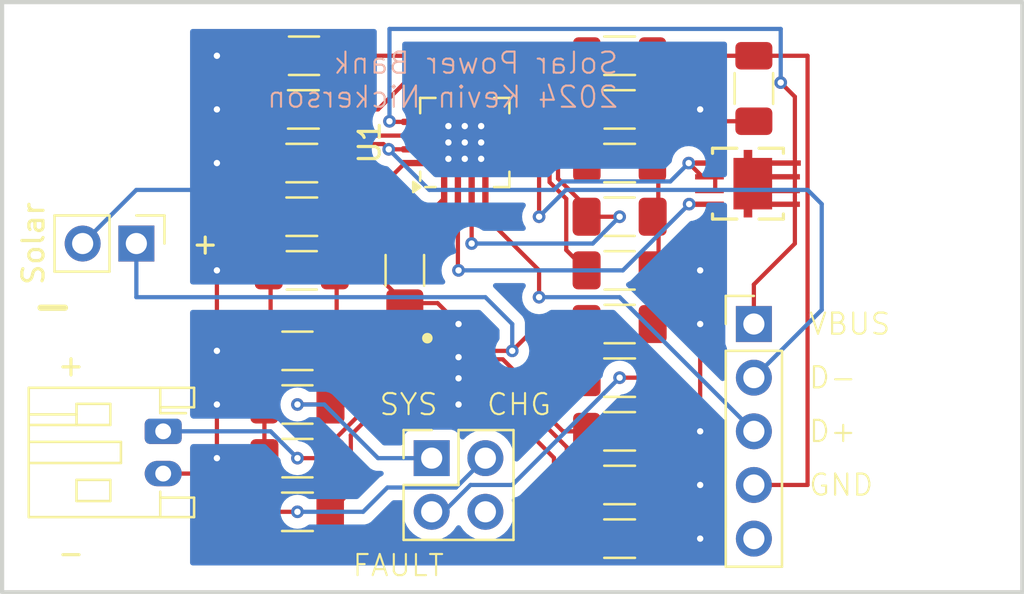
<source format=kicad_pcb>
(kicad_pcb (version 20241229) (generator "pcbnew") (generator_version "9.0")
  (title_block (title "Solar Charger") (company "Erotographs"))
  (layers (0 "F.Cu" signal) (2 "B.Cu" signal) (13 "F.Paste" user) (15 "B.Paste" user) (5 "F.SilkS" user "F.Silkscreen") (7 "B.SilkS" user "B.Silkscreen") (1 "F.Mask" user) (3 "B.Mask" user) (25 "Edge.Cuts" user))
  (net 0 "")
  (net 1 "GND")
  (net 2 "+5VA")
  (net 3 "/VDD")
  (net 4 "/IFB")
  (net 5 "GND1")
  (net 6 "/VBUS")
  (net 7 "/FB")
  (net 8 "/GATE")
  (net 9 "/DP")
  (net 10 "/DM")
  (net 11 "/SYS")
  (net 12 "+BATT")
  (net 13 "/FAULT")
  (net 14 "/CHG")
  (net 15 "Net-(U1-CSP)")
  (net 16 "Net-(U1-CC1)")
  (net 19 "Net-(U1-PSET)")
  (net 20 "Net-(U2-STAT2)")
  (net 21 "Net-(U1-SDA)")
  (net 22 "Net-(U2-STAT1)")
  (net 23 "Net-(U2-ISET)")
  (net 24 "Net-(U2-ILM{slash}VSET)")
  (net 25 "Net-(U2-TS{slash}MR)")
  (footprint "MountingHole:MountingHole_3.5mm" (layer "F.Cu") (at 170.18 99.06)
    (property "Reference" "H3" (hide yes))
    (property "Value" "MountingHole" (hide yes))
    (pad "" np_thru_hole circle (at 0 0) (size 3.5 3.5) (drill 3.5) (layers "*.Cu" "*.Mask"))
  )
  (footprint "Resistor_SMD:R_1206_3216Metric_Pad1.30x1.75mm_HandSolder" (layer "F.Cu") (at 141.175 86.36 180)
    (property "Reference" "R3" (hide yes))
    (property "Value" "1k" (hide yes))
    (fp_line (start -0.727064 0.91) (end 0.727064 0.91) (stroke (width 0.12)) (layer "F.SilkS"))
    (fp_line (start -0.727064 -0.91) (end 0.727064 -0.91) (stroke (width 0.12)) (layer "F.SilkS"))
    (pad "1" smd roundrect (at -1.55 0 180) (size 1.3 1.75) (layers "F.Cu" "F.Mask" "F.Paste") (roundrect_rratio 0.192308) (net 7 "/FB"))
    (pad "2" smd roundrect (at 1.55 0 180) (size 1.3 1.75) (layers "F.Cu" "F.Mask" "F.Paste") (roundrect_rratio 0.192308) (net 11 "/SYS"))
  )
  (footprint "Connector_PinHeader_2.54mm:PinHeader_2x02_P2.54mm_Vertical" (layer "F.Cu") (at 147.32 97.79)
    (property "Reference" "J3" (hide yes))
    (property "Value" "Conn_01x04" (hide yes))
    (fp_line (start -1.33 -1.33) (end 0 -1.33) (stroke (width 0.12)) (layer "F.SilkS"))
    (fp_line (start -1.33 0) (end -1.33 -1.33) (stroke (width 0.12)) (layer "F.SilkS"))
    (fp_line (start -1.33 1.27) (end -1.33 3.87) (stroke (width 0.12)) (layer "F.SilkS"))
    (fp_line (start -1.33 1.27) (end 1.27 1.27) (stroke (width 0.12)) (layer "F.SilkS"))
    (fp_line (start -1.33 3.87) (end 3.87 3.87) (stroke (width 0.12)) (layer "F.SilkS"))
    (fp_line (start 1.27 -1.33) (end 3.87 -1.33) (stroke (width 0.12)) (layer "F.SilkS"))
    (fp_line (start 1.27 1.27) (end 1.27 -1.33) (stroke (width 0.12)) (layer "F.SilkS"))
    (fp_line (start 3.87 -1.33) (end 3.87 3.87) (stroke (width 0.12)) (layer "F.SilkS"))
    (pad "1" thru_hole rect (at 0 0) (size 1.7 1.7) (drill 1) (layers "*.Cu" "*.Mask") (net 11 "/SYS"))
    (pad "2" thru_hole oval (at 2.54 0) (size 1.7 1.7) (drill 1) (layers "*.Cu" "*.Mask") (net 14 "/CHG"))
    (pad "3" thru_hole oval (at 0 2.54) (size 1.7 1.7) (drill 1) (layers "*.Cu" "*.Mask") (net 13 "/FAULT"))
    (pad "4" thru_hole oval (at 2.54 2.54) (size 1.7 1.7) (drill 1) (layers "*.Cu" "*.Mask"))
  )
  (footprint "Capacitor_SMD:C_1206_3216Metric_Pad1.33x1.80mm_HandSolder" (layer "F.Cu") (at 140.97 95.25 180)
    (property "Reference" "C4" (hide yes))
    (property "Value" "22uF" (hide yes))
    (fp_line (start -0.711252 0.91) (end 0.711252 0.91) (stroke (width 0.12)) (layer "F.SilkS"))
    (fp_line (start -0.711252 -0.91) (end 0.711252 -0.91) (stroke (width 0.12)) (layer "F.SilkS"))
    (pad "1" smd roundrect (at -1.5625 0 180) (size 1.325 1.8) (layers "F.Cu" "F.Mask" "F.Paste") (roundrect_rratio 0.188679) (net 11 "/SYS"))
    (pad "2" smd roundrect (at 1.5625 0 180) (size 1.325 1.8) (layers "F.Cu" "F.Mask" "F.Paste") (roundrect_rratio 0.188679) (net 1 "GND"))
  )
  (footprint "Resistor_SMD:R_1206_3216Metric_Pad1.30x1.75mm_HandSolder" (layer "F.Cu") (at 156.21 78.74)
    (property "Reference" "R6" (hide yes))
    (property "Value" "510R" (hide yes))
    (fp_line (start -0.727064 -0.91) (end 0.727064 -0.91) (stroke (width 0.12)) (layer "F.SilkS"))
    (fp_line (start -0.727064 0.91) (end 0.727064 0.91) (stroke (width 0.12)) (layer "F.SilkS"))
    (pad "1" smd roundrect (at -1.55 0) (size 1.3 1.75) (layers "F.Cu" "F.Mask" "F.Paste") (roundrect_rratio 0.192308) (net 15 "Net-(U1-CSP)"))
    (pad "2" smd roundrect (at 1.55 0) (size 1.3 1.75) (layers "F.Cu" "F.Mask" "F.Paste") (roundrect_rratio 0.192308) (net 5 "GND1"))
  )
  (footprint "Capacitor_SMD:C_1206_3216Metric_Pad1.33x1.80mm_HandSolder" (layer "F.Cu") (at 141.28 78.74 180)
    (property "Reference" "C1" (hide yes))
    (property "Value" "4.7uF" (hide yes))
    (fp_line (start -0.711252 0.91) (end 0.711252 0.91) (stroke (width 0.12)) (layer "F.SilkS"))
    (fp_line (start -0.711252 -0.91) (end 0.711252 -0.91) (stroke (width 0.12)) (layer "F.SilkS"))
    (pad "1" smd roundrect (at -1.5625 0 180) (size 1.325 1.8) (layers "F.Cu" "F.Mask" "F.Paste") (roundrect_rratio 0.188679) (net 4 "/IFB"))
    (pad "2" smd roundrect (at 1.5625 0 180) (size 1.325 1.8) (layers "F.Cu" "F.Mask" "F.Paste") (roundrect_rratio 0.188679) (net 1 "GND"))
  )
  (footprint "Resistor_SMD:R_1206_3216Metric_Pad1.30x1.75mm_HandSolder" (layer "F.Cu") (at 156.21 93.98 180)
    (property "Reference" "R8" (hide yes))
    (property "Value" "10k" (hide yes))
    (fp_line (start -0.727064 0.91) (end 0.727064 0.91) (stroke (width 0.12)) (layer "F.SilkS"))
    (fp_line (start -0.727064 -0.91) (end 0.727064 -0.91) (stroke (width 0.12)) (layer "F.SilkS"))
    (pad "1" smd roundrect (at -1.55 0 180) (size 1.3 1.75) (layers "F.Cu" "F.Mask" "F.Paste") (roundrect_rratio 0.192308) (net 13 "/FAULT"))
    (pad "2" smd roundrect (at 1.55 0 180) (size 1.3 1.75) (layers "F.Cu" "F.Mask" "F.Paste") (roundrect_rratio 0.192308) (net 22 "Net-(U2-STAT1)"))
  )
  (footprint "MountingHole:MountingHole_3.5mm" (layer "F.Cu") (at 132.08 81.28)
    (property "Reference" "H1" (hide yes))
    (property "Value" "MountingHole" (hide yes))
    (pad "" np_thru_hole circle (at 0 0) (size 3.5 3.5) (drill 3.5) (layers "*.Cu" "*.Mask"))
  )
  (footprint "Resistor_SMD:R_1206_3216Metric_Pad1.30x1.75mm_HandSolder" (layer "F.Cu") (at 162.56 80.29 -90)
    (property "Reference" "R12" (hide yes))
    (property "Value" "5mR" (hide yes))
    (fp_line (start -0.727064 0.91) (end 0.727064 0.91) (stroke (width 0.12)) (layer "F.SilkS"))
    (fp_line (start -0.727064 -0.91) (end 0.727064 -0.91) (stroke (width 0.12)) (layer "F.SilkS"))
    (pad "1" smd roundrect (at -1.55 0 270) (size 1.3 1.75) (layers "F.Cu" "F.Mask" "F.Paste") (roundrect_rratio 0.192308) (net 5 "GND1"))
    (pad "2" smd roundrect (at 1.55 0 270) (size 1.3 1.75) (layers "F.Cu" "F.Mask" "F.Paste") (roundrect_rratio 0.192308) (net 1 "GND"))
  )
  (footprint "Capacitor_SMD:C_1206_3216Metric_Pad1.33x1.80mm_HandSolder" (layer "F.Cu") (at 156.21 86.36)
    (property "Reference" "C7" (hide yes))
    (property "Value" "1uF" (hide yes))
    (fp_line (start -0.711252 -0.91) (end 0.711252 -0.91) (stroke (width 0.12)) (layer "F.SilkS"))
    (fp_line (start -0.711252 0.91) (end 0.711252 0.91) (stroke (width 0.12)) (layer "F.SilkS"))
    (pad "1" smd roundrect (at -1.5625 0) (size 1.325 1.8) (layers "F.Cu" "F.Mask" "F.Paste") (roundrect_rratio 0.188679) (net 3 "/VDD"))
    (pad "2" smd roundrect (at 1.5625 0) (size 1.325 1.8) (layers "F.Cu" "F.Mask" "F.Paste") (roundrect_rratio 0.188679) (net 1 "GND"))
  )
  (footprint "Resistor_SMD:R_1206_3216Metric_Pad1.30x1.75mm_HandSolder" (layer "F.Cu") (at 156.21 96.52)
    (property "Reference" "R9" (hide yes))
    (property "Value" "1k" (hide yes))
    (fp_line (start -0.727064 -0.91) (end 0.727064 -0.91) (stroke (width 0.12)) (layer "F.SilkS"))
    (fp_line (start -0.727064 0.91) (end 0.727064 0.91) (stroke (width 0.12)) (layer "F.SilkS"))
    (pad "1" smd roundrect (at -1.55 0) (size 1.3 1.75) (layers "F.Cu" "F.Mask" "F.Paste") (roundrect_rratio 0.192308) (net 23 "Net-(U2-ISET)"))
    (pad "2" smd roundrect (at 1.55 0) (size 1.3 1.75) (layers "F.Cu" "F.Mask" "F.Paste") (roundrect_rratio 0.192308) (net 1 "GND"))
  )
  (footprint "SolarPowerBankLibrary:WSON-10-1EP_2.2x2.0mm_P0.4_ThermalVias-HandSolder" (layer "F.Cu") (at 148.59 93.51)
    (property "Reference" "U2" (hide yes))
    (property "Value" "BQ25185" (hide yes))
    (fp_circle (center -1.475 -1.4) (end -1.475 -1.275) (stroke (width 0.25)) (fill no) (layer "F.SilkS"))
    (pad "1" smd rect (at -1.15 -0.8) (size 0.7 0.2) (layers "F.Cu" "F.Mask" "F.Paste") (net 11 "/SYS"))
    (pad "2" smd rect (at -1.15 -0.4) (size 0.7 0.2) (layers "F.Cu" "F.Mask" "F.Paste") (net 12 "+BATT"))
    (pad "3" smd rect (at -1.15 0) (size 0.7 0.2) (layers "F.Cu" "F.Mask" "F.Paste") (net 20 "Net-(U2-STAT2)"))
    (pad "4" smd rect (at -1.15 0.4) (size 0.7 0.2) (layers "F.Cu" "F.Mask" "F.Paste") (net 1 "GND"))
    (pad "5" smd rect (at -1.15 0.8) (size 0.7 0.2) (layers "F.Cu" "F.Mask" "F.Paste") (net 1 "GND"))
    (pad "6" smd rect (at 1.15 0.8) (size 0.7 0.2) (layers "F.Cu" "F.Mask" "F.Paste") (net 25 "Net-(U2-TS{slash}MR)"))
    (pad "7" smd rect (at 1.15 0.4) (size 0.7 0.2) (layers "F.Cu" "F.Mask" "F.Paste") (net 24 "Net-(U2-ILM{slash}VSET)"))
    (pad "8" smd rect (at 1.15 0) (size 0.7 0.2) (layers "F.Cu" "F.Mask" "F.Paste") (net 23 "Net-(U2-ISET)"))
    (pad "9" smd rect (at 1.15 -0.4) (size 0.7 0.2) (layers "F.Cu" "F.Mask" "F.Paste") (net 22 "Net-(U2-STAT1)"))
    (pad "10" smd rect (at 1.15 -0.8) (size 0.7 0.2) (layers "F.Cu" "F.Mask" "F.Paste") (net 2 "+5VA"))
    (pad "11" thru_hole circle (at 0 -0.5) (size 0.6 0.6) (drill 0.3) (property pad_prop_heatsink) (layers "*.Cu") (net 1 "GND"))
    (pad "11" smd rect (at 0 0) (size 0.9 1.5) (layers "F.Cu" "F.Mask" "F.Paste") (net 1 "GND"))
    (pad "11" thru_hole circle (at 0 0.5) (size 0.6 0.6) (drill 0.3) (property pad_prop_heatsink) (layers "*.Cu") (net 1 "GND"))
  )
  (footprint "Resistor_SMD:R_1206_3216Metric_Pad1.30x1.75mm_HandSolder" (layer "F.Cu") (at 156.21 101.6)
    (property "Reference" "R11" (hide yes))
    (property "Value" "10k" (hide yes))
    (fp_line (start -0.727064 -0.91) (end 0.727064 -0.91) (stroke (width 0.12)) (layer "F.SilkS"))
    (fp_line (start -0.727064 0.91) (end 0.727064 0.91) (stroke (width 0.12)) (layer "F.SilkS"))
    (pad "1" smd roundrect (at -1.55 0) (size 1.3 1.75) (layers "F.Cu" "F.Mask" "F.Paste") (roundrect_rratio 0.192308) (net 25 "Net-(U2-TS{slash}MR)"))
    (pad "2" smd roundrect (at 1.55 0) (size 1.3 1.75) (layers "F.Cu" "F.Mask" "F.Paste") (roundrect_rratio 0.192308) (net 1 "GND"))
  )
  (footprint "Resistor_SMD:R_1206_3216Metric_Pad1.30x1.75mm_HandSolder" (layer "F.Cu") (at 146.05 88.9 90)
    (property "Reference" "R5" (hide yes))
    (property "Value" "100k" (hide yes))
    (fp_line (start -0.727064 -0.91) (end 0.727064 -0.91) (stroke (width 0.12)) (layer "F.SilkS"))
    (fp_line (start -0.727064 0.91) (end 0.727064 0.91) (stroke (width 0.12)) (layer "F.SilkS"))
    (pad "1" smd roundrect (at -1.55 0 90) (size 1.3 1.75) (layers "F.Cu" "F.Mask" "F.Paste") (roundrect_rratio 0.192308) (net 1 "GND"))
    (pad "2" smd roundrect (at 1.55 0 90) (size 1.3 1.75) (layers "F.Cu" "F.Mask" "F.Paste") (roundrect_rratio 0.192308) (net 21 "Net-(U1-SDA)"))
  )
  (footprint "Capacitor_SMD:C_1206_3216Metric_Pad1.33x1.80mm_HandSolder" (layer "F.Cu") (at 156.21 91.44)
    (property "Reference" "C9" (hide yes))
    (property "Value" "1uF" (hide yes))
    (fp_line (start -0.711252 -0.91) (end 0.711252 -0.91) (stroke (width 0.12)) (layer "F.SilkS"))
    (fp_line (start -0.711252 0.91) (end 0.711252 0.91) (stroke (width 0.12)) (layer "F.SilkS"))
    (pad "1" smd roundrect (at -1.5625 0) (size 1.325 1.8) (layers "F.Cu" "F.Mask" "F.Paste") (roundrect_rratio 0.188679) (net 2 "+5VA"))
    (pad "2" smd roundrect (at 1.5625 0) (size 1.325 1.8) (layers "F.Cu" "F.Mask" "F.Paste") (roundrect_rratio 0.188679) (net 1 "GND"))
  )
  (footprint "Capacitor_SMD:C_1206_3216Metric_Pad1.33x1.80mm_HandSolder" (layer "F.Cu") (at 141.175 88.9)
    (property "Reference" "C2" (hide yes))
    (property "Value" "0.1uF" (hide yes))
    (fp_line (start -0.711252 -0.91) (end 0.711252 -0.91) (stroke (width 0.12)) (layer "F.SilkS"))
    (fp_line (start -0.711252 0.91) (end 0.711252 0.91) (stroke (width 0.12)) (layer "F.SilkS"))
    (pad "1" smd roundrect (at -1.5625 0) (size 1.325 1.8) (layers "F.Cu" "F.Mask" "F.Paste") (roundrect_rratio 0.188679) (net 1 "GND"))
    (pad "2" smd roundrect (at 1.5625 0) (size 1.325 1.8) (layers "F.Cu" "F.Mask" "F.Paste") (roundrect_rratio 0.188679) (net 11 "/SYS"))
  )
  (footprint "Resistor_SMD:R_1206_3216Metric_Pad1.30x1.75mm_HandSolder" (layer "F.Cu") (at 141.175 83.82)
    (property "Reference" "R2" (hide yes))
    (property "Value" "1k" (hide yes))
    (fp_line (start -0.727064 -0.91) (end 0.727064 -0.91) (stroke (width 0.12)) (layer "F.SilkS"))
    (fp_line (start -0.727064 0.91) (end 0.727064 0.91) (stroke (width 0.12)) (layer "F.SilkS"))
    (pad "1" smd roundrect (at -1.55 0) (size 1.3 1.75) (layers "F.Cu" "F.Mask" "F.Paste") (roundrect_rratio 0.192308) (net 1 "GND"))
    (pad "2" smd roundrect (at 1.55 0) (size 1.3 1.75) (layers "F.Cu" "F.Mask" "F.Paste") (roundrect_rratio 0.192308) (net 7 "/FB"))
  )
  (footprint "SolarPowerBankLibrary:QFN-16-1EP_4x4mm_P0.65mm_EP2.15x2.15mm_ThermalVias-HandSolder" (layer "F.Cu") (at 148.885 82.845 90)
    (property "Reference" "U1" (at 0 -4.5 90) (layer "F.SilkS"))
    (property "Value" "SW2303" (hide yes))
    (fp_line (start 2.11 -2.11) (end 2.11 -1.385) (stroke (width 0.12)) (layer "F.SilkS"))
    (fp_line (start 1.385 -2.11) (end 2.11 -2.11) (stroke (width 0.12)) (layer "F.SilkS"))
    (fp_line (start -1.385 -2.11) (end -1.81 -2.11) (stroke (width 0.12)) (layer "F.SilkS"))
    (fp_line (start -2.11 -1.385) (end -2.11 -1.87) (stroke (width 0.12)) (layer "F.SilkS"))
    (fp_line (start 2.11 2.11) (end 2.11 1.385) (stroke (width 0.12)) (layer "F.SilkS"))
    (fp_line (start 1.385 2.11) (end 2.11 2.11) (stroke (width 0.12)) (layer "F.SilkS"))
    (fp_line (start -1.385 2.11) (end -2.11 2.11) (stroke (width 0.12)) (layer "F.SilkS"))
    (fp_line (start -2.11 2.11) (end -2.11 1.385) (stroke (width 0.12)) (layer "F.SilkS"))
    (fp_poly (pts (xy -2.11 -2.11) (xy -2.35 -2.44) (xy -1.87 -2.44) (xy -2.11 -2.11)) (stroke (width 0.12)) (fill yes) (layer "F.SilkS"))
    (pad "1" smd roundrect (at -2.15 -0.975 90) (size 1.7 0.3) (layers "F.Cu" "F.Mask" "F.Paste") (net 21 "Net-(U1-SDA)"))
    (pad "2" smd roundrect (at -2.15 -0.325 90) (size 1.7 0.3) (layers "F.Cu" "F.Mask" "F.Paste") (net 8 "/GATE"))
    (pad "3" smd roundrect (at -2.15 0.325 90) (size 1.7 0.3) (layers "F.Cu" "F.Mask" "F.Paste") (net 3 "/VDD"))
    (pad "4" smd roundrect (at -2.15 0.975 90) (size 1.7 0.3) (layers "F.Cu" "F.Mask" "F.Paste") (net 9 "/DP"))
    (pad "5" smd roundrect (at -0.975 2.15 90) (size 0.3 1.7) (layers "F.Cu" "F.Mask" "F.Paste") (net 10 "/DM"))
    (pad "6" smd roundrect (at -0.325 2.15 90) (size 0.3 1.7) (layers "F.Cu" "F.Mask" "F.Paste") (net 16 "Net-(U1-CC1)"))
    (pad "7" smd roundrect (at 0.3375 2.15 90) (size 0.325 1.7) (layers "F.Cu" "F.Mask" "F.Paste") (net 3 "/VDD"))
    (pad "8" smd roundrect (at 0.975 2.15 90) (size 0.3 1.7) (layers "F.Cu" "F.Mask" "F.Paste") (net 15 "Net-(U1-CSP)"))
    (pad "9" smd roundrect (at 2.15 0.975 90) (size 1.7 0.3) (layers "F.Cu" "F.Mask" "F.Paste") (net 1 "GND"))
    (pad "10" smd roundrect (at 2.15 0.3375 90) (size 1.7 0.325) (layers "F.Cu" "F.Mask" "F.Paste") (net 1 "GND"))
    (pad "11" smd roundrect (at 2.15 -0.325 90) (size 1.7 0.3) (layers "F.Cu" "F.Mask" "F.Paste") (net 4 "/IFB"))
    (pad "12" smd roundrect (at 2.15 -0.975 90) (size 1.7 0.3) (layers "F.Cu" "F.Mask" "F.Paste") (net 19 "Net-(U1-PSET)"))
    (pad "13" smd roundrect (at 0.975 -2.15 90) (size 0.3 1.7) (layers "F.Cu" "F.Mask" "F.Paste") (net 6 "/VBUS"))
    (pad "14" smd roundrect (at 0.325 -2.15 90) (size 0.3 1.7) (layers "F.Cu" "F.Mask" "F.Paste") (net 7 "/FB"))
    (pad "15" smd roundrect (at -0.325 -2.15 90) (size 0.3 1.7) (layers "F.Cu" "F.Mask" "F.Paste") (net 11 "/SYS"))
    (pad "16" smd roundrect (at -0.975 -2.15 90) (size 0.3 1.7) (layers "F.Cu" "F.Mask" "F.Paste") (net 1 "GND"))
    (pad "17" thru_hole circle (at -0.775 -0.775 90) (size 0.6 0.6) (drill 0.3) (property pad_prop_heatsink) (layers "*.Cu") (net 1 "GND"))
    (pad "17" thru_hole circle (at -0.775 0 90) (size 0.6 0.6) (drill 0.3) (property pad_prop_heatsink) (layers "*.Cu") (net 1 "GND"))
    (pad "17" thru_hole circle (at -0.775 0.775 90) (size 0.6 0.6) (drill 0.3) (property pad_prop_heatsink) (layers "*.Cu") (net 1 "GND"))
    (pad "17" thru_hole circle (at 0 -0.775 90) (size 0.6 0.6) (drill 0.3) (property pad_prop_heatsink) (layers "*.Cu") (net 1 "GND"))
    (pad "17" thru_hole circle (at 0 0 90) (size 0.6 0.6) (drill 0.3) (property pad_prop_heatsink) (layers "*.Cu") (net 1 "GND"))
    (pad "17" smd rect (at 0 0 90) (size 2.15 2.15) (property pad_prop_heatsink) (layers "F.Cu" "F.Mask") (net 1 "GND"))
    (pad "17" smd rect (at 0 0 90) (size 2.15 2.15) (property pad_prop_heatsink) (layers "B.Cu") (net 1 "GND"))
    (pad "17" thru_hole circle (at 0 0.775 90) (size 0.6 0.6) (drill 0.3) (property pad_prop_heatsink) (layers "*.Cu") (net 1 "GND"))
    (pad "17" thru_hole circle (at 0.775 -0.775 90) (size 0.6 0.6) (drill 0.3) (property pad_prop_heatsink) (layers "*.Cu") (net 1 "GND"))
    (pad "17" thru_hole circle (at 0.775 0 90) (size 0.6 0.6) (drill 0.3) (property pad_prop_heatsink) (layers "*.Cu") (net 1 "GND"))
    (pad "17" thru_hole circle (at 0.775 0.775 90) (size 0.6 0.6) (drill 0.3) (property pad_prop_heatsink) (layers "*.Cu") (net 1 "GND"))
  )
  (footprint "SolarPowerBankLibrary:DFN3x3A_8L_EP1_P_HandSoldering" (layer "F.Cu") (at 162.2806 84.794999)
    (property "Reference" "MOSFET1" (hide yes))
    (property "Value" "AONR21307" (hide yes))
    (fp_line (start -1.6764 -1.6764) (end -1.6764 -1.434739) (stroke (width 0.1524)) (layer "F.SilkS"))
    (fp_line (start -1.6764 1.434739) (end -1.6764 1.6764) (stroke (width 0.1524)) (layer "F.SilkS"))
    (fp_line (start -1.6764 1.6764) (end -0.527097 1.6764) (stroke (width 0.1524)) (layer "F.SilkS"))
    (fp_line (start -0.527097 -1.6764) (end -1.6764 -1.6764) (stroke (width 0.1524)) (layer "F.SilkS"))
    (fp_line (start 0.527097 1.6764) (end 1.6764 1.6764) (stroke (width 0.1524)) (layer "F.SilkS"))
    (fp_line (start 1.6764 -1.6764) (end 0.527097 -1.6764) (stroke (width 0.1524)) (layer "F.SilkS"))
    (fp_line (start 1.6764 -1.434739) (end 1.6764 -1.6764) (stroke (width 0.1524)) (layer "F.SilkS"))
    (fp_line (start 1.6764 1.6764) (end 1.6764 1.434739) (stroke (width 0.1524)) (layer "F.SilkS"))
    (pad "1" smd rect (at -1.8215 -0.974999) (size 1.357 0.254) (layers "F.Cu" "F.Mask" "F.Paste") (net 11 "/SYS"))
    (pad "2" smd rect (at -1.8215 -0.325001) (size 1.357 0.254) (layers "F.Cu" "F.Mask" "F.Paste") (net 11 "/SYS"))
    (pad "3" smd rect (at -1.8215 0.325001) (size 1.357 0.254) (layers "F.Cu" "F.Mask" "F.Paste") (net 11 "/SYS"))
    (pad "4" smd rect (at -1.8215 0.974999) (size 1.357 0.254) (layers "F.Cu" "F.Mask" "F.Paste") (net 8 "/GATE"))
    (pad "5" smd custom (at 1.8215 -0.974999) (size 1.357 0.254) (layers "F.Cu" "F.Mask" "F.Paste") (net 6 "/VBUS") (options (clearance outline) (anchor rect)) (primitives (gr_line (start -0.8215 -0.025001) (end -0.3215 -0.025001) (width 0.2)) (gr_poly (pts (xy -2.5073 -0.244201) (xy -2.0247 -0.244201) (xy -2.0247 -0.625201) (xy -1.6183 -0.625201) (xy -1.6183 -0.244201) (xy -0.6785 -0.244201) (xy -0.6785 2.194199) (xy -1.6183 2.194199) (xy -1.6183 2.575199) (xy -2.0247 2.575199) (xy -2.0247 2.194199) (xy -2.5073 2.194199)) (width 0) (fill yes)) (gr_rect (start -1.1785 1.173) (end 0.6343 1.427) (width 0) (fill yes)) (gr_rect (start -1.1785 1.822998) (end 0.6343 2.076998) (width 0) (fill yes)) (gr_rect (start -0.8215 0.522998) (end 0.6343 0.776998) (width 0) (fill yes))))
  )
  (footprint "Resistor_SMD:R_1206_3216Metric_Pad1.30x1.75mm_HandSolder" (layer "F.Cu") (at 141.25 81.28 180)
    (property "Reference" "R1" (hide yes))
    (property "Value" "27k" (hide yes))
    (fp_line (start -0.727064 0.91) (end 0.727064 0.91) (stroke (width 0.12)) (layer "F.SilkS"))
    (fp_line (start -0.727064 -0.91) (end 0.727064 -0.91) (stroke (width 0.12)) (layer "F.SilkS"))
    (pad "1" smd roundrect (at -1.55 0 180) (size 1.3 1.75) (layers "F.Cu" "F.Mask" "F.Paste") (roundrect_rratio 0.192308) (net 19 "Net-(U1-PSET)"))
    (pad "2" smd roundrect (at 1.55 0 180) (size 1.3 1.75) (layers "F.Cu" "F.Mask" "F.Paste") (roundrect_rratio 0.192308) (net 1 "GND"))
  )
  (footprint "MountingHole:MountingHole_3.5mm" (layer "F.Cu") (at 170.18 81.28)
    (property "Reference" "H2" (hide yes))
    (property "Value" "MountingHole" (hide yes))
    (pad "" np_thru_hole circle (at 0 0) (size 3.5 3.5) (drill 3.5) (layers "*.Cu" "*.Mask"))
  )
  (footprint "Capacitor_SMD:C_1206_3216Metric_Pad1.33x1.80mm_HandSolder" (layer "F.Cu") (at 140.97 92.71)
    (property "Reference" "C3" (hide yes))
    (property "Value" "22uF" (hide yes))
    (fp_line (start -0.711252 -0.91) (end 0.711252 -0.91) (stroke (width 0.12)) (layer "F.SilkS"))
    (fp_line (start -0.711252 0.91) (end 0.711252 0.91) (stroke (width 0.12)) (layer "F.SilkS"))
    (pad "1" smd roundrect (at -1.5625 0) (size 1.325 1.8) (layers "F.Cu" "F.Mask" "F.Paste") (roundrect_rratio 0.188679) (net 1 "GND"))
    (pad "2" smd roundrect (at 1.5625 0) (size 1.325 1.8) (layers "F.Cu" "F.Mask" "F.Paste") (roundrect_rratio 0.188679) (net 11 "/SYS"))
  )
  (footprint "Capacitor_SMD:C_1206_3216Metric_Pad1.33x1.80mm_HandSolder" (layer "F.Cu") (at 156.21 88.9)
    (property "Reference" "C8" (hide yes))
    (property "Value" "330pF" (hide yes))
    (fp_line (start -0.711252 -0.91) (end 0.711252 -0.91) (stroke (width 0.12)) (layer "F.SilkS"))
    (fp_line (start -0.711252 0.91) (end 0.711252 0.91) (stroke (width 0.12)) (layer "F.SilkS"))
    (pad "1" smd roundrect (at -1.5625 0) (size 1.325 1.8) (layers "F.Cu" "F.Mask" "F.Paste") (roundrect_rratio 0.188679) (net 16 "Net-(U1-CC1)"))
    (pad "2" smd roundrect (at 1.5625 0) (size 1.325 1.8) (layers "F.Cu" "F.Mask" "F.Paste") (roundrect_rratio 0.188679) (net 1 "GND"))
  )
  (footprint "Connector_PinHeader_2.54mm:PinHeader_1x05_P2.54mm_Vertical" (layer "F.Cu") (at 162.56 91.44)
    (property "Reference" "J4" (hide yes))
    (property "Value" "USB_A" (hide yes))
    (fp_line (start -1.33 -1.33) (end 0 -1.33) (stroke (width 0.12)) (layer "F.SilkS"))
    (fp_line (start -1.33 0) (end -1.33 -1.33) (stroke (width 0.12)) (layer "F.SilkS"))
    (fp_line (start -1.33 1.27) (end -1.33 11.49) (stroke (width 0.12)) (layer "F.SilkS"))
    (fp_line (start -1.33 1.27) (end 1.33 1.27) (stroke (width 0.12)) (layer "F.SilkS"))
    (fp_line (start -1.33 11.49) (end 1.33 11.49) (stroke (width 0.12)) (layer "F.SilkS"))
    (fp_line (start 1.33 1.27) (end 1.33 11.49) (stroke (width 0.12)) (layer "F.SilkS"))
    (pad "1" thru_hole rect (at 0 0) (size 1.7 1.7) (drill 1) (layers "*.Cu" "*.Mask") (net 6 "/VBUS"))
    (pad "2" thru_hole oval (at 0 2.54) (size 1.7 1.7) (drill 1) (layers "*.Cu" "*.Mask") (net 10 "/DM"))
    (pad "3" thru_hole oval (at 0 5.08) (size 1.7 1.7) (drill 1) (layers "*.Cu" "*.Mask") (net 9 "/DP"))
    (pad "4" thru_hole oval (at 0 7.62) (size 1.7 1.7) (drill 1) (layers "*.Cu" "*.Mask") (net 5 "GND1"))
    (pad "5" thru_hole oval (at 0 10.16) (size 1.7 1.7) (drill 1) (layers "*.Cu" "*.Mask"))
  )
  (footprint "Capacitor_SMD:C_1206_3216Metric_Pad1.33x1.80mm_HandSolder" (layer "F.Cu") (at 156.21 81.28 180)
    (property "Reference" "C6" (hide yes))
    (property "Value" "1uF" (hide yes))
    (fp_line (start -0.711252 0.91) (end 0.711252 0.91) (stroke (width 0.12)) (layer "F.SilkS"))
    (fp_line (start -0.711252 -0.91) (end 0.711252 -0.91) (stroke (width 0.12)) (layer "F.SilkS"))
    (pad "1" smd roundrect (at -1.5625 0 180) (size 1.325 1.8) (layers "F.Cu" "F.Mask" "F.Paste") (roundrect_rratio 0.188679) (net 1 "GND"))
    (pad "2" smd roundrect (at 1.5625 0 180) (size 1.325 1.8) (layers "F.Cu" "F.Mask" "F.Paste") (roundrect_rratio 0.188679) (net 15 "Net-(U1-CSP)"))
  )
  (footprint "Capacitor_SMD:C_1206_3216Metric_Pad1.33x1.80mm_HandSolder" (layer "F.Cu") (at 140.97 97.79 180)
    (property "Reference" "C5" (hide yes))
    (property "Value" "22uF" (hide yes))
    (fp_line (start -0.711252 0.91) (end 0.711252 0.91) (stroke (width 0.12)) (layer "F.SilkS"))
    (fp_line (start -0.711252 -0.91) (end 0.711252 -0.91) (stroke (width 0.12)) (layer "F.SilkS"))
    (pad "1" smd roundrect (at -1.5625 0 180) (size 1.325 1.8) (layers "F.Cu" "F.Mask" "F.Paste") (roundrect_rratio 0.188679) (net 12 "+BATT"))
    (pad "2" smd roundrect (at 1.5625 0 180) (size 1.325 1.8) (layers "F.Cu" "F.Mask" "F.Paste") (roundrect_rratio 0.188679) (net 1 "GND"))
  )
  (footprint "Connector_PinHeader_2.54mm:PinHeader_1x02_P2.54mm_Vertical" (layer "F.Cu") (at 133.35 87.63 -90)
    (property "Reference" "J1" (hide yes))
    (property "Value" "Solar" (at 0 4.87 90) (layer "F.SilkS"))
    (fp_line (start -1.33 3.87) (end 1.33 3.87) (stroke (width 0.12)) (layer "F.SilkS"))
    (fp_line (start -1.33 1.27) (end -1.33 3.87) (stroke (width 0.12)) (layer "F.SilkS"))
    (fp_line (start -1.33 1.27) (end 1.33 1.27) (stroke (width 0.12)) (layer "F.SilkS"))
    (fp_line (start 1.33 1.27) (end 1.33 3.87) (stroke (width 0.12)) (layer "F.SilkS"))
    (fp_line (start -1.33 0) (end -1.33 -1.33) (stroke (width 0.12)) (layer "F.SilkS"))
    (fp_line (start -1.33 -1.33) (end 0 -1.33) (stroke (width 0.12)) (layer "F.SilkS"))
    (pad "1" thru_hole rect (at 0 0 270) (size 1.7 1.7) (drill 1) (layers "*.Cu" "*.Mask") (net 2 "+5VA"))
    (pad "2" thru_hole oval (at 0 2.54 270) (size 1.7 1.7) (drill 1) (layers "*.Cu" "*.Mask") (net 1 "GND"))
  )
  (footprint "Resistor_SMD:R_1206_3216Metric_Pad1.30x1.75mm_HandSolder" (layer "F.Cu") (at 156.21 83.82 180)
    (property "Reference" "R7" (hide yes))
    (property "Value" "1k" (hide yes))
    (fp_line (start -0.727064 0.91) (end 0.727064 0.91) (stroke (width 0.12)) (layer "F.SilkS"))
    (fp_line (start -0.727064 -0.91) (end 0.727064 -0.91) (stroke (width 0.12)) (layer "F.SilkS"))
    (pad "1" smd roundrect (at -1.55 0 180) (size 1.3 1.75) (layers "F.Cu" "F.Mask" "F.Paste") (roundrect_rratio 0.192308) (net 1 "GND"))
    (pad "2" smd roundrect (at 1.55 0 180) (size 1.3 1.75) (layers "F.Cu" "F.Mask" "F.Paste") (roundrect_rratio 0.192308) (net 15 "Net-(U1-CSP)"))
  )
  (footprint "Connector_JST:JST_PH_S2B-PH-K_1x02_P2.00mm_Horizontal" (layer "F.Cu") (at 134.62 96.52 -90)
    (property "Reference" "J2" (hide yes))
    (property "Value" "JST PH2" (hide yes))
    (fp_line (start -2.06 6.36) (end 4.06 6.36) (stroke (width 0.12)) (layer "F.SilkS"))
    (fp_line (start 0.5 6.36) (end 0.5 2) (stroke (width 0.12)) (layer "F.SilkS"))
    (fp_line (start 4.06 6.36) (end 4.06 -1.46) (stroke (width 0.12)) (layer "F.SilkS"))
    (fp_line (start -1.3 4.1) (end -0.3 4.1) (stroke (width 0.12)) (layer "F.SilkS"))
    (fp_line (start -0.8 4.1) (end -0.8 6.36) (stroke (width 0.12)) (layer "F.SilkS"))
    (fp_line (start -0.3 4.1) (end -0.3 6.36) (stroke (width 0.12)) (layer "F.SilkS"))
    (fp_line (start -0.3 4.1) (end -0.3 2.5) (stroke (width 0.12)) (layer "F.SilkS"))
    (fp_line (start 2.3 4.1) (end 2.3 2.5) (stroke (width 0.12)) (layer "F.SilkS"))
    (fp_line (start 3.3 4.1) (end 2.3 4.1) (stroke (width 0.12)) (layer "F.SilkS"))
    (fp_line (start -1.3 2.5) (end -1.3 4.1) (stroke (width 0.12)) (layer "F.SilkS"))
    (fp_line (start -0.3 2.5) (end -1.3 2.5) (stroke (width 0.12)) (layer "F.SilkS"))
    (fp_line (start 2.3 2.5) (end 3.3 2.5) (stroke (width 0.12)) (layer "F.SilkS"))
    (fp_line (start 3.3 2.5) (end 3.3 4.1) (stroke (width 0.12)) (layer "F.SilkS"))
    (fp_line (start 0.5 2) (end 1.5 2) (stroke (width 0.12)) (layer "F.SilkS"))
    (fp_line (start 1.5 2) (end 1.5 6.36) (stroke (width 0.12)) (layer "F.SilkS"))
    (fp_line (start -2.06 0.14) (end -1.14 0.14) (stroke (width 0.12)) (layer "F.SilkS"))
    (fp_line (start -1.14 0.14) (end -1.14 -1.46) (stroke (width 0.12)) (layer "F.SilkS"))
    (fp_line (start -0.86 0.14) (end -1.14 0.14) (stroke (width 0.12)) (layer "F.SilkS"))
    (fp_line (start -0.86 0.14) (end -0.86 -1.075) (stroke (width 0.12)) (layer "F.SilkS"))
    (fp_line (start 3.14 0.14) (end 2.86 0.14) (stroke (width 0.12)) (layer "F.SilkS"))
    (fp_line (start 4.06 0.14) (end 3.14 0.14) (stroke (width 0.12)) (layer "F.SilkS"))
    (fp_line (start -2.06 -1.46) (end -2.06 6.36) (stroke (width 0.12)) (layer "F.SilkS"))
    (fp_line (start -1.14 -1.46) (end -2.06 -1.46) (stroke (width 0.12)) (layer "F.SilkS"))
    (fp_line (start 3.14 -1.46) (end 3.14 0.14) (stroke (width 0.12)) (layer "F.SilkS"))
    (fp_line (start 4.06 -1.46) (end 3.14 -1.46) (stroke (width 0.12)) (layer "F.SilkS"))
    (pad "1" thru_hole roundrect (at 0 0 270) (size 1.2 1.75) (drill 0.75) (layers "*.Cu" "*.Mask") (roundrect_rratio 0.208333) (net 12 "+BATT"))
    (pad "2" thru_hole oval (at 2 0 270) (size 1.2 1.75) (drill 0.75) (layers "*.Cu" "*.Mask") (net 1 "GND"))
  )
  (footprint "Resistor_SMD:R_1206_3216Metric_Pad1.30x1.75mm_HandSolder" (layer "F.Cu") (at 140.97 100.33)
    (property "Reference" "R4" (hide yes))
    (property "Value" "10k" (hide yes))
    (fp_line (start -0.727064 -0.91) (end 0.727064 -0.91) (stroke (width 0.12)) (layer "F.SilkS"))
    (fp_line (start -0.727064 0.91) (end 0.727064 0.91) (stroke (width 0.12)) (layer "F.SilkS"))
    (pad "1" smd roundrect (at -1.55 0) (size 1.3 1.75) (layers "F.Cu" "F.Mask" "F.Paste") (roundrect_rratio 0.192308) (net 14 "/CHG"))
    (pad "2" smd roundrect (at 1.55 0) (size 1.3 1.75) (layers "F.Cu" "F.Mask" "F.Paste") (roundrect_rratio 0.192308) (net 20 "Net-(U2-STAT2)"))
  )
  (footprint "Resistor_SMD:R_1206_3216Metric_Pad1.30x1.75mm_HandSolder" (layer "F.Cu") (at 156.21 99.06)
    (property "Reference" "R10" (hide yes))
    (property "Value" "13k" (hide yes))
    (fp_line (start -0.727064 -0.91) (end 0.727064 -0.91) (stroke (width 0.12)) (layer "F.SilkS"))
    (fp_line (start -0.727064 0.91) (end 0.727064 0.91) (stroke (width 0.12)) (layer "F.SilkS"))
    (pad "1" smd roundrect (at -1.55 0) (size 1.3 1.75) (layers "F.Cu" "F.Mask" "F.Paste") (roundrect_rratio 0.192308) (net 24 "Net-(U2-ILM{slash}VSET)"))
    (pad "2" smd roundrect (at 1.55 0) (size 1.3 1.75) (layers "F.Cu" "F.Mask" "F.Paste") (roundrect_rratio 0.192308) (net 1 "GND"))
  )
  (gr_line (start 152.4 83.82) (end 152.4 86.36) (stroke (width 0.2)) (layer "F.Cu") (net 10))
  (gr_line (start 163.729813 85.100302) (end 164.512777 85.100302) (stroke (width 0.2)) (layer "F.Cu") (net 6))
  (gr_line (start 163.513468 85.780245) (end 164.481871 85.790547) (stroke (width 0.2)) (layer "F.Cu") (net 6))
  (gr_line (start 163.791626 84.482172) (end 164.512777 84.482172) (stroke (width 0.2)) (layer "F.Cu") (net 6))
  (gr_line (start 151.13 83.82) (end 152.4 83.82) (stroke (width 0.2)) (layer "F.Cu") (net 10))
  (gr_rect (start 127 76.2) (end 175.26 104.14) (stroke (width 0.2)) (fill no) (layer "Edge.Cuts"))
  (gr_text "D+" (at 165.1 96.52 0) (layer "F.SilkS") (effects (font (size 1 1) (thickness 0.1)) (justify left)))
  (gr_text "GND" (at 165.1 99.06 0) (layer "F.SilkS") (effects (font (size 1 1) (thickness 0.1)) (justify left)))
  (gr_text "-" (at 129.54 102.87 0) (layer "F.SilkS") (effects (font (size 1 1)) (justify left bottom)))
  (gr_text "FAULT" (at 143.51 102.87 0) (layer "F.SilkS") (effects (font (size 1 1) (thickness 0.1)) (justify left)))
  (gr_text "CHG" (at 149.86 95.25 0) (layer "F.SilkS") (effects (font (size 1 1) (thickness 0.1)) (justify left)))
  (gr_text "-" (at 128.27 91.44 0) (layer "F.SilkS") (effects (font (size 1.5 1.5) (thickness 0.3) (bold yes)) (justify left bottom)))
  (gr_text "+" (at 135.89 87.63 0) (layer "F.SilkS") (effects (font (size 1 1)) (justify left)))
  (gr_text "SYS" (at 144.78 95.25 0) (layer "F.SilkS") (effects (font (size 1 1) (thickness 0.1)) (justify left)))
  (gr_text "D-" (at 165.1 93.98 0) (layer "F.SilkS") (effects (font (size 1 1) (thickness 0.1)) (justify left)))
  (gr_text "VBUS" (at 165.1 91.44 0) (layer "F.SilkS") (effects (font (size 1 1) (thickness 0.1)) (justify left)))
  (gr_text "+" (at 129.54 93.98 0) (layer "F.SilkS") (effects (font (size 1 1)) (justify left bottom)))
  (gr_text "Solar Power Bank\n2024 Kevin Nickerson" (at 156.21 81.28 0) (layer "B.SilkS") (effects (font (size 1 1) (thickness 0.1)) (justify left bottom mirror)))
  (segment (start 148.49 93.91) (end 148.59 94.01) (width 0.2) (layer "F.Cu") (net 1))
  (segment (start 158.0825 83.7775) (end 158.04 83.82) (width 0.2) (layer "F.Cu") (net 1))
  (segment (start 149.21 81.0075) (end 149.21 81.745) (width 0.2) (layer "F.Cu") (net 1))
  (segment (start 148.59 95.25) (end 148.59 94.01) (width 0.2) (layer "F.Cu") (net 1))
  (segment (start 139.7175 78.74) (end 137.16 78.74) (width 0.2) (layer "F.Cu") (net 1))
  (segment (start 148.885 82.07) (end 148.11 82.07) (width 0.2) (layer "F.Cu") (net 1))
  (segment (start 148.11 82.07) (end 148.11 82.845) (width 0.2) (layer "F.Cu") (net 1))
  (segment (start 157.76 96.52) (end 160.02 96.52) (width 0.2) (layer "F.Cu") (net 1))
  (segment (start 149.86 81.87) (end 149.86 81.0075) (width 0.2) (layer "F.Cu") (net 1))
  (segment (start 147.6 90.45) (end 148.59 91.44) (width 0.2) (layer "F.Cu") (net 1))
  (segment (start 157.7725 91.44) (end 160.02 91.44) (width 0.2) (layer "F.Cu") (net 1))
  (segment (start 149.66 82.845) (end 149.66 83.62) (width 0.2) (layer "F.Cu") (net 1))
  (segment (start 157.76 99.06) (end 160.02 99.06) (width 0.2) (layer "F.Cu") (net 1))
  (segment (start 157.76 101.6) (end 160.02 101.6) (width 0.2) (layer "F.Cu") (net 1))
  (segment (start 139.7 83.745) (end 139.625 83.82) (width 0.2) (layer "F.Cu") (net 1))
  (segment (start 139.4075 95.25) (end 137.16 95.25) (width 0.2) (layer "F.Cu") (net 1))
  (segment (start 139.7 81.28) (end 139.7 83.745) (width 0.2) (layer "F.Cu") (net 1))
  (segment (start 158.04 86.3475) (end 158.0525 86.36) (width 0.2) (layer "F.Cu") (net 1))
  (segment (start 139.7 88.9) (end 139.7 92.71) (width 0.2) (layer "F.Cu") (net 1))
  (segment (start 137.16 95.25) (end 137.16 97.79) (width 0.2) (layer "F.Cu") (net 1))
  (segment (start 144.78 89.18) (end 146.05 90.45) (width 0.2) (layer "F.Cu") (net 1))
  (segment (start 146.05 83.82) (end 144.78 85.09) (width 0.2) (layer "F.Cu") (net 1))
  (segment (start 139.7 88.9) (end 137.16 88.9) (width 0.2) (layer "F.Cu") (net 1))
  (segment (start 160.02 91.44) (end 160.02 96.52) (width 0.2) (layer "F.Cu") (net 1))
  (segment (start 160.58 81.84) (end 162.56 81.84) (width 0.2) (layer "F.Cu") (net 1))
  (segment (start 158.0825 81.28) (end 158.0825 83.7775) (width 0.2) (layer "F.Cu") (net 1))
  (segment (start 157.7725 89.18) (end 158.0525 88.9) (width 0.2) (layer "F.Cu") (net 1))
  (segment (start 137.16 97.79) (end 136.43 98.52) (width 0.2) (layer "F.Cu") (net 1))
  (segment (start 144.78 85.09) (end 144.78 89.18) (width 0.2) (layer "F.Cu") (net 1))
  (segment (start 139.4075 97.79) (end 137.16 97.79) (width 0.2) (layer "F.Cu") (net 1))
  (segment (start 139.4075 92.71) (end 139.4075 95.25) (width 0.2) (layer "F.Cu") (net 1))
  (segment (start 147.91 83.82) (end 148.11 83.62) (width 0.2) (layer "F.Cu") (net 1))
  (segment (start 147.54 93.91) (end 148.49 93.91) (width 0.2) (layer "F.Cu") (net 1))
  (segment (start 149.66 83.62) (end 148.885 82.845) (width 0.2) (layer "F.Cu") (net 1))
  (segment (start 147.32 94.31) (end 148.07 94.31) (width 0.2) (layer "F.Cu") (net 1))
  (segment (start 160.02 81.28) (end 160.58 81.84) (width 0.2) (layer "F.Cu") (net 1))
  (segment (start 139.4075 95.25) (end 139.4075 97.79) (width 0.2) (layer "F.Cu") (net 1))
  (segment (start 137.16 81.28) (end 139.7 81.28) (width 0.2) (layer "F.Cu") (net 1))
  (segment (start 160.02 88.9) (end 158.0525 88.9) (width 0.2) (layer "F.Cu") (net 1))
  (segment (start 149.66 82.845) (end 149.66 82.07) (width 0.2) (layer "F.Cu") (net 1))
  (segment (start 157.7725 81.28) (end 160.02 81.28) (width 0.2) (layer "F.Cu") (net 1))
  (segment (start 148.07 94.31) (end 148.37 94.01) (width 0.2) (layer "F.Cu") (net 1))
  (segment (start 147.0475 83.82) (end 146.05 83.82) (width 0.2) (layer "F.Cu") (net 1))
  (segment (start 139.4075 92.71) (end 137.16 92.71) (width 0.2) (layer "F.Cu") (net 1))
  (segment (start 158.0525 88.9) (end 158.0525 86.36) (width 0.2) (layer "F.Cu") (net 1))
  (segment (start 148.885 83.62) (end 149.66 83.62) (width 0.2) (layer "F.Cu") (net 1))
  (segment (start 158.04 83.82) (end 158.04 86.3475) (width 0.2) (layer "F.Cu") (net 1))
  (segment (start 148.11 83.62) (end 148.885 83.62) (width 0.2) (layer "F.Cu") (net 1))
  (segment (start 146.05 90.45) (end 147.6 90.45) (width 0.2) (layer "F.Cu") (net 1))
  (segment (start 148.885 82.845) (end 149.86 81.87) (width 0.2) (layer "F.Cu") (net 1))
  (segment (start 147.0475 83.82) (end 147.91 83.82) (width 0.2) (layer "F.Cu") (net 1))
  (segment (start 139.625 83.82) (end 137.16 83.82) (width 0.2) (layer "F.Cu") (net 1))
  (segment (start 148.27 93.91) (end 148.37 94.01) (width 0.2) (layer "F.Cu") (net 1))
  (segment (start 136.43 98.52) (end 134.62 98.52) (width 0.2) (layer "F.Cu") (net 1))
  (segment (start 149.66 82.07) (end 148.885 82.07) (width 0.2) (layer "F.Cu") (net 1))
  (segment (start 148.59 91.44) (end 148.59 93.01) (width 0.2) (layer "F.Cu") (net 1))
  (segment (start 149.21 81.745) (end 148.885 82.07) (width 0.2) (layer "F.Cu") (net 1))
  (segment (start 137.16 92.71) (end 137.16 88.9) (width 0.2) (layer "F.Cu") (net 1))
  (via (at 160.02 91.44) (size 0.6) (drill 0.3) (layers "F.Cu" "B.Cu") (net 1))
  (via (at 137.16 92.71) (size 0.6) (drill 0.3) (layers "F.Cu" "B.Cu") (net 1))
  (via (at 137.16 78.74) (size 0.6) (drill 0.3) (layers "F.Cu" "B.Cu") (net 1))
  (via (at 160.02 88.9) (size 0.6) (drill 0.3) (layers "F.Cu" "B.Cu") (net 1))
  (via (at 137.16 81.28) (size 0.6) (drill 0.3) (layers "F.Cu" "B.Cu") (net 1))
  (via (at 137.16 95.25) (size 0.6) (drill 0.3) (layers "F.Cu" "B.Cu") (net 1))
  (via (at 137.16 97.79) (size 0.6) (drill 0.3) (layers "F.Cu" "B.Cu") (net 1))
  (via (at 137.16 88.9) (size 0.6) (drill 0.3) (layers "F.Cu" "B.Cu") (net 1))
  (via (at 160.02 101.6) (size 0.6) (drill 0.3) (layers "F.Cu" "B.Cu") (net 1))
  (via (at 160.02 81.28) (size 0.6) (drill 0.3) (layers "F.Cu" "B.Cu") (net 1))
  (via (at 137.16 83.82) (size 0.6) (drill 0.3) (layers "F.Cu" "B.Cu") (net 1))
  (via (at 148.59 91.44) (size 0.6) (drill 0.3) (layers "F.Cu" "B.Cu") (net 1))
  (via (at 148.59 95.25) (size 0.6) (drill 0.3) (layers "F.Cu" "B.Cu") (net 1))
  (via (at 160.02 99.06) (size 0.6) (drill 0.3) (layers "F.Cu" "B.Cu") (net 1))
  (via (at 160.02 96.52) (size 0.6) (drill 0.3) (layers "F.Cu" "B.Cu") (net 1))
  (segment (start 130.81 87.63) (end 133.35 85.09) (width 0.2) (layer "B.Cu") (net 1))
  (segment (start 148.11 82.845) (end 148.885 82.845) (width 0.2) (layer "B.Cu") (net 1))
  (segment (start 148.885 83.62) (end 148.885 82.845) (width 0.2) (layer "B.Cu") (net 1))
  (segment (start 149.66 82.845) (end 148.885 82.845) (width 0.2) (layer "B.Cu") (net 1))
  (segment (start 133.35 85.09) (end 137.16 85.09) (width 0.2) (layer "B.Cu") (net 1))
  (segment (start 137.16 85.09) (end 137.16 83.82) (width 0.2) (layer "B.Cu") (net 1))
  (segment (start 148.11 83.62) (end 148.885 82.845) (width 0.2) (layer "B.Cu") (net 1))
  (segment (start 149.64 92.71) (end 151.13 92.71) (width 0.2) (layer "F.Cu") (net 2))
  (segment (start 151.13 92.71) (end 152.4 91.44) (width 0.2) (layer "F.Cu") (net 2))
  (segment (start 152.4 91.44) (end 154.6475 91.44) (width 0.2) (layer "F.Cu") (net 2))
  (via (at 151.13 92.71) (size 0.6) (drill 0.3) (layers "F.Cu" "B.Cu") (net 2))
  (segment (start 149.86 90.17) (end 151.13 91.44) (width 0.2) (layer "B.Cu") (net 2))
  (segment (start 133.35 90.17) (end 149.86 90.17) (width 0.2) (layer "B.Cu") (net 2))
  (segment (start 151.13 91.44) (end 151.13 92.71) (width 0.2) (layer "B.Cu") (net 2))
  (segment (start 133.35 87.63) (end 133.35 90.17) (width 0.2) (layer "B.Cu") (net 2))
  (segment (start 149.21 87.63) (end 149.21 84.6825) (width 0.2) (layer "F.Cu") (net 3))
  (segment (start 154.6475 85.907501) (end 154.6475 86.36) (width 0.2) (layer "F.Cu") (net 3))
  (segment (start 154.6475 86.36) (end 156.21 86.36) (width 0.2) (layer "F.Cu") (net 3))
  (segment (start 153.296235 83.286236) (end 153.296235 84.556236) (width 0.2) (layer "F.Cu") (net 3))
  (segment (start 152.529999 82.52) (end 153.296235 83.286236) (width 0.2) (layer "F.Cu") (net 3))
  (segment (start 150.7225 82.52) (end 152.529999 82.52) (width 0.2) (layer "F.Cu") (net 3))
  (segment (start 153.296235 84.556236) (end 154.6475 85.907501) (width 0.2) (layer "F.Cu") (net 3))
  (segment (start 154.9275 86.187501) (end 154.9275 86.36) (width 0.2) (layer "F.Cu") (net 3))
  (via (at 149.21 87.63) (size 0.6) (drill 0.3) (layers "F.Cu" "B.Cu") (net 3))
  (via (at 156.21 86.36) (size 0.6) (drill 0.3) (layers "F.Cu" "B.Cu") (net 3))
  (segment (start 149.21 87.63) (end 154.94 87.63) (width 0.2) (layer "B.Cu") (net 3))
  (segment (start 154.94 87.63) (end 156.21 86.36) (width 0.2) (layer "B.Cu") (net 3))
  (segment (start 147.71 78.74) (end 142.8425 78.74) (width 0.2) (layer "F.Cu") (net 4))
  (segment (start 148.56 81.0075) (end 148.56 79.59) (width 0.2) (layer "F.Cu") (net 4))
  (segment (start 148.56 79.59) (end 147.71 78.74) (width 0.2) (layer "F.Cu") (net 4))
  (segment (start 165.1 99.06) (end 162.56 99.06) (width 0.2) (layer "F.Cu") (net 5))
  (segment (start 157.76 78.74) (end 162.56 78.74) (width 0.2) (layer "F.Cu") (net 5))
  (segment (start 165.1 78.74) (end 165.1 99.06) (width 0.2) (layer "F.Cu") (net 5))
  (segment (start 162.56 78.74) (end 165.1 78.74) (width 0.2) (layer "F.Cu") (net 5))
  (segment (start 147.0475 81.87) (end 145.351055 81.87) (width 0.2) (layer "F.Cu") (net 6))
  (segment (start 163.83 80.01) (end 164.5 80.68) (width 0.2) (layer "F.Cu") (net 6))
  (segment (start 162.56 89.57) (end 162.56 91.44) (width 0.2) (layer "F.Cu") (net 6))
  (segment (start 145.351055 81.87) (end 145.323254 81.842199) (width 0.2) (layer "F.Cu") (net 6))
  (segment (start 164.5 87.63) (end 162.56 89.57) (width 0.2) (layer "F.Cu") (net 6))
  (segment (start 163.83 83.82) (end 164.5 83.82) (width 0.2) (layer "F.Cu") (net 6))
  (segment (start 164.5 80.68) (end 164.5 83.82) (width 0.2) (layer "F.Cu") (net 6))
  (segment (start 164.5 83.82) (end 164.5 87.63) (width 0.2) (layer "F.Cu") (net 6))
  (via (at 145.323254 81.842199) (size 0.6) (drill 0.3) (layers "F.Cu" "B.Cu") (net 6))
  (via (at 163.83 80.01) (size 0.6) (drill 0.3) (layers "F.Cu" "B.Cu") (net 6))
  (segment (start 145.323254 77.47) (end 145.323254 81.842199) (width 0.2) (layer "B.Cu") (net 6))
  (segment (start 163.83 77.47) (end 145.323254 77.47) (width 0.2) (layer "B.Cu") (net 6))
  (segment (start 163.83 80.01) (end 163.83 77.47) (width 0.2) (layer "B.Cu") (net 6))
  (segment (start 147.0475 82.52) (end 144.025 82.52) (width 0.2) (layer "F.Cu") (net 7))
  (segment (start 144.025 82.52) (end 142.725 83.82) (width 0.2) (layer "F.Cu") (net 7))
  (segment (start 142.725 83.82) (end 142.725 86.285) (width 0.2) (layer "F.Cu") (net 7))
  (segment (start 142.725 86.285) (end 142.8 86.36) (width 0.2) (layer "F.Cu") (net 7))
  (segment (start 160.7312 85.769998) (end 159.505935 85.769998) (width 0.2) (layer "F.Cu") (net 8))
  (segment (start 148.59 88.9) (end 148.56 88.87) (width 0.2) (layer "F.Cu") (net 8))
  (segment (start 148.56 88.87) (end 148.56 84.6825) (width 0.2) (layer "F.Cu") (net 8))
  (segment (start 159.505935 85.769998) (end 159.49968 85.763743) (width 0.2) (layer "F.Cu") (net 8))
  (via (at 148.59 88.9) (size 0.6) (drill 0.3) (layers "F.Cu" "B.Cu") (net 8))
  (via (at 159.49968 85.763743) (size 0.6) (drill 0.3) (layers "F.Cu" "B.Cu") (net 8))
  (segment (start 148.59 88.9) (end 156.363423 88.9) (width 0.2) (layer "B.Cu") (net 8))
  (segment (start 156.363423 88.9) (end 159.49968 85.763743) (width 0.2) (layer "B.Cu") (net 8))
  (segment (start 149.86 86.36) (end 149.86 84.6825) (width 0.2) (layer "F.Cu") (net 9))
  (segment (start 152.4 90.17) (end 152.4 88.9) (width 0.2) (layer "F.Cu") (net 9))
  (segment (start 152.4 88.9) (end 149.86 86.36) (width 0.2) (layer "F.Cu") (net 9))
  (via (at 152.4 90.17) (size 0.6) (drill 0.3) (layers "F.Cu" "B.Cu") (net 9))
  (segment (start 156.21 90.17) (end 162.56 96.52) (width 0.2) (layer "B.Cu") (net 9))
  (segment (start 152.4 90.17) (end 156.21 90.17) (width 0.2) (layer "B.Cu") (net 9))
  (via (at 152.4 86.36) (size 0.6) (drill 0.3) (layers "F.Cu" "B.Cu") (net 10))
  (segment (start 152.4 86.36) (end 153.67 85.09) (width 0.2) (layer "B.Cu") (net 10))
  (segment (start 165.77 90.77) (end 162.56 93.98) (width 0.2) (layer "B.Cu") (net 10))
  (segment (start 165.77 85.76) (end 165.77 90.77) (width 0.2) (layer "B.Cu") (net 10))
  (segment (start 153.67 85.09) (end 165.1 85.09) (width 0.2) (layer "B.Cu") (net 10))
  (segment (start 165.1 85.09) (end 165.77 85.76) (width 0.2) (layer "B.Cu") (net 10))
  (segment (start 139.7 86.36) (end 140.285 86.36) (width 0.2) (layer "F.Cu") (net 11))
  (segment (start 142.825 92.71) (end 142.825 88.9) (width 0.2) (layer "F.Cu") (net 11))
  (segment (start 142.5325 95.25) (end 140.97 95.25) (width 0.2) (layer "F.Cu") (net 11))
  (segment (start 142.5325 92.71) (end 142.5325 95.25) (width 0.2) (layer "F.Cu") (net 11))
  (segment (start 143.675 87.9625) (end 143.675 83.655) (width 0.2) (layer "F.Cu") (net 11))
  (segment (start 160.127207 84.469998) (end 159.477596 83.820387) (width 0.2) (layer "F.Cu") (net 11))
  (segment (start 144.41 82.92) (end 145.038 82.92) (width 0.2) (layer "F.Cu") (net 11))
  (segment (start 145.038 82.92) (end 145.288 83.17) (width 0.2) (layer "F.Cu") (net 11))
  (segment (start 142.7375 88.9) (end 143.675 87.9625) (width 0.2) (layer "F.Cu") (net 11))
  (segment (start 147.0475 83.17) (end 145.288 83.17) (width 0.2) (layer "F.Cu") (net 11))
  (segment (start 159.477983 83.82) (end 159.477596 83.820387) (width 0.2) (layer "F.Cu") (net 11))
  (segment (start 160.7312 83.82) (end 159.477983 83.82) (width 0.2) (layer "F.Cu") (net 11))
  (segment (start 160.7312 84.469998) (end 160.7312 83.82) (width 0.2) (layer "F.Cu") (net 11))
  (segment (start 160.7312 85.12) (end 160.7312 84.469998) (width 0.2) (layer "F.Cu") (net 11))
  (segment (start 143.675 83.655) (end 144.41 82.92) (width 0.2) (layer "F.Cu") (net 11))
  (segment (start 160.7312 84.469998) (end 160.127207 84.469998) (width 0.2) (layer "F.Cu") (net 11))
  (segment (start 140.285 86.36) (end 142.825 88.9) (width 0.2) (layer "F.Cu") (net 11))
  (segment (start 147.54 92.71) (end 142.825 92.71) (width 0.2) (layer "F.Cu") (net 11))
  (via (at 140.97 95.25) (size 0.6) (drill 0.3) (layers "F.Cu" "B.Cu") (net 11))
  (via (at 145.288 83.17) (size 0.6) (drill 0.3) (layers "F.Cu" "B.Cu") (net 11))
  (via (at 159.477596 83.820387) (size 0.6) (drill 0.3) (layers "F.Cu" "B.Cu") (net 11))
  (segment (start 153.504314 84.69) (end 153.104314 85.09) (width 0.2) (layer "B.Cu") (net 11))
  (segment (start 140.97 95.25) (end 142.24 95.25) (width 0.2) (layer "B.Cu") (net 11))
  (segment (start 153.104314 85.09) (end 147.208 85.09) (width 0.2) (layer "B.Cu") (net 11))
  (segment (start 158.607983 84.69) (end 153.504314 84.69) (width 0.2) (layer "B.Cu") (net 11))
  (segment (start 159.477596 83.820387) (end 158.607983 84.69) (width 0.2) (layer "B.Cu") (net 11))
  (segment (start 144.78 97.79) (end 147.32 97.79) (width 0.2) (layer "B.Cu") (net 11))
  (segment (start 147.208 85.09) (end 145.288 83.17) (width 0.2) (layer "B.Cu") (net 11))
  (segment (start 142.24 95.25) (end 144.78 97.79) (width 0.2) (layer "B.Cu") (net 11))
  (segment (start 142.5325 97.097244) (end 142.5325 97.79) (width 0.2) (layer "F.Cu") (net 12))
  (segment (start 146.236902 93.392842) (end 142.5325 97.097244) (width 0.2) (layer "F.Cu") (net 12))
  (segment (start 146.236902 93.11) (end 147.54 93.11) (width 0.2) (layer "F.Cu") (net 12))
  (segment (start 142.8 97.48) (end 142.8 97.79) (width 0.2) (layer "F.Cu") (net 12))
  (segment (start 142.5325 97.79) (end 140.97 97.79) (width 0.2) (layer "F.Cu") (net 12))
  (segment (start 146.236902 93.11) (end 146.236902 93.392842) (width 0.2) (layer "F.Cu") (net 12))
  (via (at 140.97 97.79) (size 0.6) (drill 0.3) (layers "F.Cu" "B.Cu") (net 12))
  (segment (start 134.62 96.52) (end 139.7 96.52) (width 0.2) (layer "B.Cu") (net 12))
  (segment (start 139.7 96.52) (end 140.97 97.79) (width 0.2) (layer "B.Cu") (net 12))
  (segment (start 156.21 93.98) (end 157.76 93.98) (width 0.2) (layer "F.Cu") (net 13))
  (via (at 156.21 93.98) (size 0.6) (drill 0.3) (layers "F.Cu" "B.Cu") (net 13))
  (segment (start 147.885686 100.33) (end 149.155686 99.06) (width 0.2) (layer "B.Cu") (net 13))
  (segment (start 151.13 99.06) (end 156.21 93.98) (width 0.2) (layer "B.Cu") (net 13))
  (segment (start 147.32 100.33) (end 147.885686 100.33) (width 0.2) (layer "B.Cu") (net 13))
  (segment (start 149.155686 99.06) (end 151.13 99.06) (width 0.2) (layer "B.Cu") (net 13))
  (segment (start 139.42 100.33) (end 140.97 100.33) (width 0.2) (layer "F.Cu") (net 14))
  (via (at 140.97 100.33) (size 0.6) (drill 0.3) (layers "F.Cu" "B.Cu") (net 14))
  (segment (start 145.225686 99.18) (end 148.47 99.18) (width 0.2) (layer "B.Cu") (net 14))
  (segment (start 144.075686 100.33) (end 140.97 100.33) (width 0.2) (layer "B.Cu") (net 14))
  (segment (start 144.075686 100.33) (end 145.225686 99.18) (width 0.2) (layer "B.Cu") (net 14))
  (segment (start 148.47 99.18) (end 149.86 97.79) (width 0.2) (layer "B.Cu") (net 14))
  (segment (start 154.9575 81.28) (end 154.9575 83.8025) (width 0.2) (layer "F.Cu") (net 15))
  (segment (start 154.9575 83.8025) (end 154.94 83.82) (width 0.2) (layer "F.Cu") (net 15))
  (segment (start 154.94 81.2625) (end 154.9575 81.28) (width 0.2) (layer "F.Cu") (net 15))
  (segment (start 152.31 81.28) (end 154.9575 81.28) (width 0.2) (layer "F.Cu") (net 15))
  (segment (start 151.72 81.87) (end 152.31 81.28) (width 0.2) (layer "F.Cu") (net 15))
  (segment (start 150.7225 81.87) (end 151.72 81.87) (width 0.2) (layer "F.Cu") (net 15))
  (segment (start 154.94 78.74) (end 154.94 81.2625) (width 0.2) (layer "F.Cu") (net 15))
  (segment (start 150.7225 83.17) (end 152.614313 83.17) (width 0.2) (layer "F.Cu") (net 16))
  (segment (start 152.614313 83.17) (end 152.896235 83.451922) (width 0.2) (layer "F.Cu") (net 16))
  (segment (start 153.685 87.9375) (end 154.6475 88.9) (width 0.2) (layer "F.Cu") (net 16))
  (segment (start 153.685 85.510687) (end 153.685 87.9375) (width 0.2) (layer "F.Cu") (net 16))
  (segment (start 152.896235 84.721922) (end 153.685 85.510687) (width 0.2) (layer "F.Cu") (net 16))
  (segment (start 152.896235 83.451922) (end 152.896235 84.721922) (width 0.2) (layer "F.Cu") (net 16))
  (segment (start 144.78 81.28) (end 142.8 81.28) (width 0.2) (layer "F.Cu") (net 19))
  (segment (start 147.525122 79.232832) (end 146.827168 79.232832) (width 0.2) (layer "F.Cu") (net 19))
  (segment (start 146.827168 79.232832) (end 144.78 81.28) (width 0.2) (layer "F.Cu") (net 19))
  (segment (start 147.91 81.0075) (end 147.91 79.61771) (width 0.2) (layer "F.Cu") (net 19))
  (segment (start 147.91 79.61771) (end 147.525122 79.232832) (width 0.2) (layer "F.Cu") (net 19))
  (segment (start 143.495 99.355) (end 142.52 100.33) (width 0.2) (layer "F.Cu") (net 20))
  (segment (start 146.68543 93.51) (end 143.495 96.70043) (width 0.2) (layer "F.Cu") (net 20))
  (segment (start 143.495 96.70043) (end 143.495 99.355) (width 0.2) (layer "F.Cu") (net 20))
  (segment (start 147.54 93.51) (end 146.68543 93.51) (width 0.2) (layer "F.Cu") (net 20))
  (segment (start 147.91 85.49) (end 146.05 87.35) (width 0.2) (layer "F.Cu") (net 21))
  (segment (start 147.91 84.6825) (end 147.91 85.49) (width 0.2) (layer "F.Cu") (net 21))
  (segment (start 150.681472 93.11) (end 151.551472 93.98) (width 0.2) (layer "F.Cu") (net 22))
  (segment (start 151.551472 93.98) (end 154.66 93.98) (width 0.2) (layer "F.Cu") (net 22))
  (segment (start 149.64 93.11) (end 150.681472 93.11) (width 0.2) (layer "F.Cu") (net 22))
  (segment (start 153.525786 96.52) (end 154.66 96.52) (width 0.2) (layer "F.Cu") (net 23))
  (segment (start 150.515786 93.51) (end 153.525786 96.52) (width 0.2) (layer "F.Cu") (net 23))
  (segment (start 149.64 93.51) (end 150.515786 93.51) (width 0.2) (layer "F.Cu") (net 23))
  (segment (start 153.71 97.2699) (end 153.71 98.11) (width 0.2) (layer "F.Cu") (net 24))
  (segment (start 149.74 93.91) (end 150.3501 93.91) (width 0.2) (layer "F.Cu") (net 24))
  (segment (start 150.3501 93.91) (end 153.71 97.2699) (width 0.2) (layer "F.Cu") (net 24))
  (segment (start 153.71 98.11) (end 154.66 99.06) (width 0.2) (layer "F.Cu") (net 24))
  (segment (start 149.42 93.91) (end 149.87 93.91) (width 0.2) (layer "F.Cu") (net 24))
  (segment (start 149.74 94.31) (end 149.74 94.41) (width 0.2) (layer "F.Cu") (net 25))
  (segment (start 149.74 94.41) (end 153.103144 97.773144) (width 0.2) (layer "F.Cu") (net 25))
  (segment (start 153.103144 100.043144) (end 154.66 101.6) (width 0.2) (layer "F.Cu") (net 25))
  (segment (start 153.103144 97.773144) (end 153.103144 100.043144) (width 0.2) (layer "F.Cu") (net 25))
  (segment (start 149.924314 94.31) (end 149.74 94.31) (width 0.2) (layer "F.Cu") (net 25))
  (zone (net 1) (net_name "GND") (layer "B.Cu") (priority 1) (connect_pads (clearance 0.5)) (min_thickness 0.25) (fill yes (thermal_gap 0) (thermal_bridge_width 0.5))
    (polygon (pts (xy 135.89 77.47) (xy 161.29 77.47) (xy 161.29 102.87) (xy 135.89 102.87)))
  )
)
</source>
